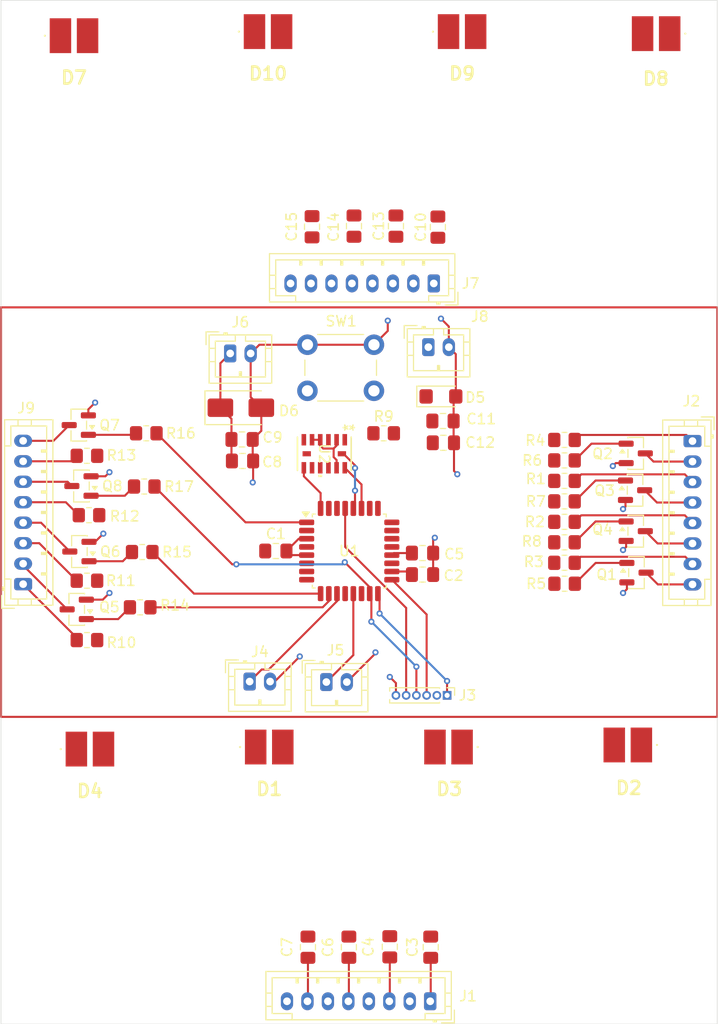
<source format=kicad_pcb>
(kicad_pcb (version 20241229) (generator "pcbnew") (generator_version "9.0")
  (layers (0 "F.Cu" signal) (2 "B.Cu" signal) (13 "F.Paste" user) (15 "B.Paste" user) (5 "F.SilkS" user "F.Silkscreen") (7 "B.SilkS" user "B.Silkscreen") (1 "F.Mask" user) (3 "B.Mask" user) (25 "Edge.Cuts" user))
  (net 0 "")
  (net 1 "+3.3V")
  (net 2 "+12V")
  (net 3 "Net-(Q1-G)")
  (net 4 "Net-(Q2-G)")
  (net 5 "Net-(Q3-G)")
  (net 6 "Net-(Q4-G)")
  (net 7 "Net-(Q5-G)")
  (net 8 "Net-(Q6-G)")
  (net 9 "Net-(Q7-G)")
  (net 10 "Net-(Q8-G)")
  (net 11 "Net-(U1-AREF)")
  (net 12 "/Button2")
  (net 13 "/Button1")
  (net 15 "GND")
  (net 18 "/SCL")
  (net 19 "/INT")
  (net 20 "/HLED2.1")
  (net 21 "/HLED1.1")
  (net 25 "/SDA")
  (net 28 "/RESET")
  (net 29 "/TLED2")
  (net 30 "/TLED1")
  (net 31 "/TLED4")
  (net 32 "/HLED4")
  (net 33 "/HLED3")
  (net 34 "/TLED3")
  (net 35 "/HLED1")
  (net 36 "/HLED2")
  (net 37 "/HLED3.1")
  (net 38 "/HLED4.1")
  (net 39 "/HLED1.2")
  (net 40 "/HLED2.2")
  (net 41 "/HLED4.2")
  (net 42 "/HLED3.2")
  (net 43 "/TLED1.2")
  (net 44 "/TLED2.2")
  (net 45 "/TLED4.2")
  (net 46 "/TLED3.2")
  (net 47 "/HLB3.2")
  (net 48 "/HLB3.1")
  (net 49 "/HLB1.1")
  (net 50 "/HLB1.2")
  (net 51 "/HLB2.2")
  (net 52 "/HLB2.1")
  (net 53 "/HLB4.1")
  (net 54 "/HLB4.2")
  (net 55 "/TLB1.1")
  (net 56 "/TLB1.2")
  (net 57 "/TLB2.1")
  (net 58 "/TLB2.2")
  (net 59 "/TLB3.2")
  (net 60 "/TLB3.1")
  (net 61 "/TLB4.2")
  (net 62 "/TLB4.1")
  (net 67 "/TLED3.1")
  (net 68 "/TLED4.1")
  (net 69 "/TLED1.1")
  (net 70 "/TLED2.1")
  (net 72 "Net-(J3-MISO)")
  (net 73 "Net-(J3-SCK)")
  (footprint "Capacitor_SMD:C_0805_2012Metric_Pad1.18x1.45mm_HandSolder" (layer "F.Cu") (at 148.9625 90.2)
    (property "Reference" "C9")
    (property "Value" "100n")
  )
  (footprint "Capacitor_SMD:C_0805_2012Metric_Pad1.18x1.45mm_HandSolder" (layer "F.Cu") (at 155.8 69.425 -90)
    (property "Reference" "C15")
    (property "Value" "C")
  )
  (footprint "Connector_JST:JST_PH_B2B-PH-K_1x02_P2.00mm_Vertical" (layer "F.Cu") (at 167.168153 81.186136)
    (property "Reference" "J8")
    (property "Value" "Conn_01x02")
  )
  (footprint "Resistor_SMD:R_0805_2012Metric_Pad1.20x1.40mm_HandSolder" (layer "F.Cu") (at 134 97.6 180)
    (property "Reference" "R12")
    (property "Value" "100")
  )
  (footprint "Package_TO_SOT_SMD:SOT-23" (layer "F.Cu") (at 187.374676 95.162574)
    (property "Reference" "Q3")
    (property "Value" "AO3400A")
  )
  (footprint "Capacitor_SMD:C_0805_2012Metric_Pad1.18x1.45mm_HandSolder" (layer "F.Cu") (at 159.9 69.3625 -90)
    (property "Reference" "C14")
    (property "Value" "C")
  )
  (footprint "Connector_JST:JST_PH_B8B-PH-K_1x08_P2.00mm_Vertical" (layer "F.Cu") (at 127.561302 104.335389 90)
    (property "Reference" "J9")
    (property "Value" "Conn_01x08")
  )
  (footprint "Diode_SMD:D_SMF" (layer "F.Cu") (at 168.4 86)
    (property "Reference" "D5")
    (property "Value" "SMF5V0A")
  )
  (footprint "Resistor_SMD:R_0805_2012Metric_Pad1.20x1.40mm_HandSolder" (layer "F.Cu") (at 139.6 89.6 180)
    (property "Reference" "R16")
    (property "Value" "100R")
  )
  (footprint "Capacitor_SMD:C_0805_2012Metric_Pad1.18x1.45mm_HandSolder" (layer "F.Cu") (at 164 69.3625 90)
    (property "Reference" "C13")
    (property "Value" "C")
  )
  (footprint "Resistor_SMD:R_0805_2012Metric_Pad1.20x1.40mm_HandSolder" (layer "F.Cu") (at 139.4 94.8 180)
    (property "Reference" "R17")
    (property "Value" "100R")
  )
  (footprint "Connector_JST:JST_PH_B8B-PH-K_1x08_P2.00mm_Vertical" (layer "F.Cu") (at 192.987236 90.362202 -90)
    (property "Reference" "J2")
    (property "Value" "Conn_01x08")
  )
  (footprint "Connector_JST:JST_PH_B2B-PH-K_1x02_P2.00mm_Vertical" (layer "F.Cu") (at 157.2 113.9)
    (property "Reference" "J5")
    (property "Value" "Conn_01x02")
  )
  (footprint "Package_TO_SOT_SMD:SOT-23" (layer "F.Cu") (at 187.437176 91.562574)
    (property "Reference" "Q2")
    (property "Value" "AO3400A")
  )
  (footprint "Package_TO_SOT_SMD:SOT-23" (layer "F.Cu") (at 187.512176 103.212574)
    (property "Reference" "Q1")
    (property "Value" "AO3400A")
  )
  (footprint "Package_TO_SOT_SMD:SOT-23" (layer "F.Cu") (at 132.8 106.8 180)
    (property "Reference" "Q5")
    (property "Value" "AO3400A")
  )
  (footprint "Resistor_SMD:R_0805_2012Metric_Pad1.20x1.40mm_HandSolder" (layer "F.Cu") (at 139 106.6 180)
    (property "Reference" "R14")
    (property "Value" "100R")
  )
  (footprint "Connector_JST:JST_PH_B2B-PH-K_1x02_P2.00mm_Vertical" (layer "F.Cu") (at 147.8 81.8)
    (property "Reference" "J6")
    (property "Value" "Conn_01x02")
  )
  (footprint "ADXL345BCCZ:LGA_CC-14-1_ADI" (layer "F.Cu") (at 157 91.6 -90)
    (property "Reference" "U2")
    (property "Value" "ADXL345BCCZ")
  )
  (footprint "AB-EZD03-RA3:ABEZD03RA3" (layer "F.Cu") (at 189.433333 50.5625)
    (property "Reference" "D8")
    (property "Value" "RED" (hide yes))
  )
  (footprint "Resistor_SMD:R_0805_2012Metric_Pad1.20x1.40mm_HandSolder" (layer "F.Cu") (at 180.475 94.25)
    (property "Reference" "R1")
    (property "Value" "100")
  )
  (footprint "Resistor_SMD:R_0805_2012Metric_Pad1.20x1.40mm_HandSolder" (layer "F.Cu") (at 180.475 100.25)
    (property "Reference" "R8")
    (property "Value" "100R")
  )
  (footprint "Resistor_SMD:R_0805_2012Metric_Pad1.20x1.40mm_HandSolder" (layer "F.Cu") (at 180.475 90.25)
    (property "Reference" "R4")
    (property "Value" "100")
  )
  (footprint "Package_TO_SOT_SMD:SOT-23" (layer "F.Cu") (at 133.0625 101.15 180)
    (property "Reference" "Q6")
    (property "Value" "AO3400A")
  )
  (footprint "Capacitor_SMD:C_0805_2012Metric_Pad1.18x1.45mm_HandSolder" (layer "F.Cu") (at 168.6 88.4)
    (property "Reference" "C11")
    (property "Value" "47u")
  )
  (footprint "Resistor_SMD:R_0805_2012Metric_Pad1.20x1.40mm_HandSolder" (layer "F.Cu") (at 133.8 109.8 180)
    (property "Reference" "R10")
    (property "Value" "100")
  )
  (footprint "AB-EZD10C-A3-K65:ABEZD10CA3K65" (layer "F.Cu") (at 169.141222 120.24688)
    (property "Reference" "D3")
    (property "Value" "RED" (hide yes))
  )
  (footprint "Package_TO_SOT_SMD:SOT-23" (layer "F.Cu") (at 187.437176 99.162574)
    (property "Reference" "Q4")
    (property "Value" "AO3400A")
  )
  (footprint "AB-EZD03-RA3:ABEZD03RA3" (layer "F.Cu") (at 170.466666 50.3625 180)
    (property "Reference" "D9")
    (property "Value" "RED" (hide yes))
  )
  (footprint "Capacitor_SMD:C_0805_2012Metric_Pad1.18x1.45mm_HandSolder" (layer "F.Cu") (at 166.6 101.3)
    (property "Reference" "C5")
    (property "Value" "10uF")
  )
  (footprint "Resistor_SMD:R_0805_2012Metric_Pad1.20x1.40mm_HandSolder" (layer "F.Cu") (at 162.8 89.6)
    (property "Reference" "R9")
    (property "Value" "10K")
  )
  (footprint "Connector_JST:JST_PH_B2B-PH-K_1x02_P2.00mm_Vertical" (layer "F.Cu") (at 149.7 113.85)
    (property "Reference" "J4")
    (property "Value" "Conn_01x02")
  )
  (footprint "Package_QFP:TQFP-32_7x7mm_P0.8mm" (layer "F.Cu") (at 159.4375 101.1)
    (property "Reference" "U1")
    (property "Value" "ATmega328P-A")
  )
  (footprint "Diode_SMD:D_SMA" (layer "F.Cu") (at 148.842941 87.104142)
    (property "Reference" "D6")
    (property "Value" "SMAJ15A")
  )
  (footprint "Capacitor_SMD:C_0805_2012Metric_Pad1.18x1.45mm_HandSolder" (layer "F.Cu") (at 155.4 139.8 -90)
    (property "Reference" "C7")
    (property "Value" "C")
  )
  (footprint "Capacitor_SMD:C_0805_2012Metric_Pad1.18x1.45mm_HandSolder" (layer "F.Cu") (at 167.4 139.8 -90)
    (property "Reference" "C3")
    (property "Value" "C")
  )
  (footprint "AB-EZD10C-A3-K65:ABEZD10CA3K65" (layer "F.Cu") (at 186.666222 120.04688)
    (property "Reference" "D2")
    (property "Value" "RED" (hide yes))
  )
  (footprint "Connector_JST:JST_PH_B8B-PH-K_1x08_P2.00mm_Vertical" (layer "F.Cu") (at 167.7 74.9625 180)
    (property "Reference" "J7")
    (property "Value" "Conn_01x08")
  )
  (footprint "AB-EZD03-RA3:ABEZD03RA3" (layer "F.Cu") (at 151.5 50.3625 180)
    (property "Reference" "D10")
    (property "Value" "RED" (hide yes))
  )
  (footprint "Capacitor_SMD:C_0805_2012Metric_Pad1.18x1.45mm_HandSolder" (layer "F.Cu") (at 168.1 69.4625 90)
    (property "Reference" "C10")
    (property "Value" "C")
  )
  (footprint "Connector_JST:JST_PH_B8B-PH-K_1x08_P2.00mm_Vertical" (layer "F.Cu") (at 167.351057 145.082743 180)
    (property "Reference" "J1")
    (property "Value" "Conn_01x08")
  )
  (footprint "Resistor_SMD:R_0805_2012Metric_Pad1.20x1.40mm_HandSolder" (layer "F.Cu") (at 180.489021 104.295704)
    (property "Reference" "R5")
    (property "Value" "100R")
  )
  (footprint "Capacitor_SMD:C_0805_2012Metric_Pad1.18x1.45mm_HandSolder" (layer "F.Cu") (at 159.4 139.8 -90)
    (property "Reference" "C6")
    (property "Value" "C")
  )
  (footprint "Resistor_SMD:R_0805_2012Metric_Pad1.20x1.40mm_HandSolder" (layer "F.Cu") (at 133.8 104 180)
    (property "Reference" "R11")
    (property "Value" "100")
  )
  (footprint "Capacitor_SMD:C_0805_2012Metric_Pad1.18x1.45mm_HandSolder" (layer "F.Cu") (at 168.6375 90.53)
    (property "Reference" "C12")
    (property "Value" "100n")
  )
  (footprint "Resistor_SMD:R_0805_2012Metric_Pad1.20x1.40mm_HandSolder" (layer "F.Cu") (at 139.2 101.2 180)
    (property "Reference" "R15")
    (property "Value" "100R")
  )
  (footprint "Capacitor_SMD:C_0805_2012Metric_Pad1.18x1.45mm_HandSolder" (layer "F.Cu") (at 163.4 139.7625 -90)
    (property "Reference" "C4")
    (property "Value" "C")
  )
  (footprint "Resistor_SMD:R_0805_2012Metric_Pad1.20x1.40mm_HandSolder" (layer "F.Cu") (at 180.475 102.25)
    (property "Reference" "R3")
    (property "Value" "100")
  )
  (footprint "Capacitor_SMD:C_0805_2012Metric_Pad1.18x1.45mm_HandSolder" (layer "F.Cu") (at 152.2625 101.1)
    (property "Reference" "C1")
    (property "Value" "10uF")
  )
  (footprint "Resistor_SMD:R_0805_2012Metric_Pad1.20x1.40mm_HandSolder" (layer "F.Cu") (at 180.475 98.25)
    (property "Reference" "R2")
    (property "Value" "100")
  )
  (footprint "Resistor_SMD:R_0805_2012Metric_Pad1.20x1.40mm_HandSolder" (layer "F.Cu") (at 180.475 96.25)
    (property "Reference" "R7")
    (property "Value" "100R")
  )
  (footprint "AB-EZD03-RA3:ABEZD03RA3" (layer "F.Cu") (at 132.533333 50.7625 180)
    (property "Reference" "D7")
    (property "Value" "RED" (hide yes))
  )
  (footprint "Button_Switch_THT:SW_PUSH_6mm" (layer "F.Cu") (at 161.85 85.45 180)
    (property "Reference" "SW1")
    (property "Value" "SW_Push")
  )
  (footprint "Package_TO_SOT_SMD:SOT-23" (layer "F.Cu") (at 133.2625 94.75 180)
    (property "Reference" "Q8")
    (property "Value" "AO3400A")
  )
  (footprint "Package_TO_SOT_SMD:SOT-23" (layer "F.Cu") (at 133 88.8 180)
    (property "Reference" "Q7")
    (property "Value" "AO3400A")
  )
  (footprint "Capacitor_SMD:C_0805_2012Metric_Pad1.18x1.45mm_HandSolder" (layer "F.Cu") (at 149.005441 92.304142)
    (property "Reference" "C8")
    (property "Value" "47u")
  )
  (footprint "Capacitor_SMD:C_0805_2012Metric_Pad1.18x1.45mm_HandSolder" (layer "F.Cu") (at 166.6 103.4)
    (property "Reference" "C2")
    (property "Value" "10uF")
  )
  (footprint "Resistor_SMD:R_0805_2012Metric_Pad1.20x1.40mm_HandSolder" (layer "F.Cu") (at 133.8 91.8 180)
    (property "Reference" "R13")
    (property "Value" "100")
  )
  (footprint "Connector_PinHeader_1.00mm:PinHeader_1x06_P1.00mm_Vertical" (layer "F.Cu") (at 169 115.2 -90)
    (property "Reference" "J3")
    (property "Value" "AVR-ISP-6")
  )
  (footprint "AB-EZD10C-A3-K65:ABEZD10CA3K65" (layer "F.Cu") (at 151.616222 120.24688 180)
    (property "Reference" "D1")
    (property "Value" "RED" (hide yes))
  )
  (footprint "AB-EZD10C-A3-K65:ABEZD10CA3K65" (layer "F.Cu") (at 134.091222 120.44688 180)
    (property "Reference" "D4")
    (property "Value" "RED" (hide yes))
  )
  (footprint "Resistor_SMD:R_0805_2012Metric_Pad1.20x1.40mm_HandSolder" (layer "F.Cu") (at 180.475 92.25)
    (property "Reference" "R6")
    (property "Value" "100R")
  )
  (gr_rect (start 125.4 77.3) (end 195.4 117.3) (stroke (width 0.2)) (fill no) (layer "F.Cu"))
  (gr_rect (start 125.4 47.3) (end 195.4 147.3) (stroke (width 0.05)) (fill no) (layer "Edge.Cuts"))
  (segment (start 165.2625 103.1) (end 163.6 103.1) (width 0.2) (layer "F.Cu") (net 1))
  (segment (start 165.5625 103.4) (end 165.2625 103.1) (width 0.2) (layer "F.Cu") (net 1))
  (segment (start 147.925 90.2) (end 147.925 88.186201) (width 0.2) (layer "F.Cu") (net 2))
  (segment (start 146.842941 87.104142) (end 146.842941 82.757059) (width 0.2) (layer "F.Cu") (net 2))
  (segment (start 147.925 88.186201) (end 146.842941 87.104142) (width 0.2) (layer "F.Cu") (net 2))
  (segment (start 147.925 90.2) (end 147.925 92.261201) (width 0.2) (layer "F.Cu") (net 2))
  (segment (start 146.842941 82.757059) (end 147.8 81.8) (width 0.2) (layer "F.Cu") (net 2))
  (segment (start 186.574676 102.262574) (end 183.522151 102.262574) (width 0.2) (layer "F.Cu") (net 3))
  (segment (start 183.522151 102.262574) (end 181.489021 104.295704) (width 0.2) (layer "F.Cu") (net 3))
  (segment (start 186.499676 90.612574) (end 183.112426 90.612574) (width 0.2) (layer "F.Cu") (net 4))
  (segment (start 183.112426 90.612574) (end 181.475 92.25) (width 0.2) (layer "F.Cu") (net 4))
  (segment (start 186.437176 94.212574) (end 183.512426 94.212574) (width 0.2) (layer "F.Cu") (net 5))
  (segment (start 183.512426 94.212574) (end 181.475 96.25) (width 0.2) (layer "F.Cu") (net 5))
  (segment (start 186.499676 98.212574) (end 183.512426 98.212574) (width 0.2) (layer "F.Cu") (net 6))
  (segment (start 183.512426 98.212574) (end 181.475 100.25) (width 0.2) (layer "F.Cu") (net 6))
  (segment (start 136.85 107.75) (end 138 106.6) (width 0.2) (layer "F.Cu") (net 7))
  (segment (start 133.7375 107.75) (end 136.85 107.75) (width 0.2) (layer "F.Cu") (net 7))
  (segment (start 134 102.1) (end 137.3 102.1) (width 0.2) (layer "F.Cu") (net 8))
  (segment (start 137.3 102.1) (end 138.2 101.2) (width 0.2) (layer "F.Cu") (net 8))
  (segment (start 138.45 89.75) (end 138.6 89.6) (width 0.2) (layer "F.Cu") (net 9))
  (segment (start 133.9375 89.75) (end 138.45 89.75) (width 0.2) (layer "F.Cu") (net 9))
  (segment (start 134.2 95.7) (end 137.5 95.7) (width 0.2) (layer "F.Cu") (net 10))
  (segment (start 137.5 95.7) (end 138.4 94.8) (width 0.2) (layer "F.Cu") (net 10))
  (segment (start 165.5625 101.3) (end 163.8 101.3) (width 0.2) (layer "F.Cu") (net 11))
  (segment (start 163.8 101.3) (end 163.6 101.5) (width 0.2) (layer "F.Cu") (net 11))
  (segment (start 159.8375 111.2625) (end 159.8375 105.2625) (width 0.2) (layer "F.Cu") (net 12))
  (segment (start 157.2 113.9) (end 159.8375 111.2625) (width 0.2) (layer "F.Cu") (net 12))
  (segment (start 149.7 113.85) (end 150.876 112.674) (width 0.2) (layer "F.Cu") (net 13))
  (segment (start 158.2375 105.999999) (end 158.2375 105.2625) (width 0.2) (layer "F.Cu") (net 13))
  (segment (start 150.876 112.674) (end 151.563499 112.674) (width 0.2) (layer "F.Cu") (net 13))
  (segment (start 151.563499 112.674) (end 158.2375 105.999999) (width 0.2) (layer "F.Cu") (net 13))
  (segment (start 170 93.6) (end 169.675 93.275) (width 0.2) (layer "F.Cu") (net 15))
  (segment (start 152.15 113.85) (end 154.6 111.4) (width 0.2) (layer "F.Cu") (net 15))
  (segment (start 150.65 80.95) (end 149.8 81.8) (width 0.2) (layer "F.Cu") (net 15))
  (segment (start 186.574676 104.162574) (end 186.574676 104.825324) (width 0.2) (layer "F.Cu") (net 15))
  (segment (start 135.6 93.8) (end 136 93.4) (width 0.2) (layer "F.Cu") (net 15))
  (segment (start 169.6375 88.4) (end 169.6375 86.2125) (width 0.2) (layer "F.Cu") (net 15))
  (segment (start 150 94.4) (end 150.042941 94.357059) (width 0.2) (layer "F.Cu") (net 15))
  (segment (start 157.911 91.089) (end 158.2 90.8) (width 0.2) (layer "F.Cu") (net 15))
  (segment (start 162 111.1) (end 162 111) (width 0.2) (layer "F.Cu") (net 15))
  (segment (start 153.3 101.1) (end 154.5 99.9) (width 0.2) (layer "F.Cu") (net 15))
  (segment (start 156.600001 90.231501) (end 156.600001 90.800001) (width 0.2) (layer "F.Cu") (net 15))
  (segment (start 186.499676 100.112574) (end 186.499676 100.700324) (width 0.2) (layer "F.Cu") (net 15))
  (segment (start 150 90.2) (end 150 92.261201) (width 0.2) (layer "F.Cu") (net 15))
  (segment (start 158.2 90.8) (end 158.2 90.231501) (width 0.2) (layer "F.Cu") (net 15))
  (segment (start 133.9375 87.85) (end 133.9375 87.2625) (width 0.2) (layer "F.Cu") (net 15))
  (segment (start 169.6375 90.2375) (end 169.6375 88.4) (width 0.2) (layer "F.Cu") (net 15))
  (segment (start 156.889 91.089) (end 157.911 91.089) (width 0.2) (layer "F.Cu") (net 15))
  (segment (start 134.2 93.8) (end 135.6 93.8) (width 0.2) (layer "F.Cu") (net 15))
  (segment (start 186.499676 92.512574) (end 185.487426 92.512574) (width 0.2) (layer "F.Cu") (net 15))
  (segment (start 169.675 90.53) (end 169.675 90.275) (width 0.2) (layer "F.Cu") (net 15))
  (segment (start 186.499676 92.512574) (end 186.499676 92.700324) (width 0.2) (layer "F.Cu") (net 15))
  (segment (start 158.2 92.212) (end 158.2 92.968499) (width 0.2) (layer "F.Cu") (net 15))
  (segment (start 150.842941 87.104142) (end 150.842941 89.357059) (width 0.2) (layer "F.Cu") (net 15))
  (segment (start 159.2 113.9) (end 162 111.1) (width 0.2) (layer "F.Cu") (net 15))
  (segment (start 134.6 100.2) (end 135.4 99.4) (width 0.2) (layer "F.Cu") (net 15))
  (segment (start 169.6375 86.2125) (end 169.85 86) (width 0.2) (layer "F.Cu") (net 15))
  (segment (start 149.8 86.061201) (end 150.842941 87.104142) (width 0.2) (layer "F.Cu") (net 15))
  (segment (start 167.6375 101.3) (end 167.6375 99.9625) (width 0.2) (layer "F.Cu") (net 15))
  (segment (start 151.7 113.85) (end 152.15 113.85) (width 0.2) (layer "F.Cu") (net 15))
  (segment (start 185.487426 92.512574) (end 185.2 92.8) (width 0.2) (layer "F.Cu") (net 15))
  (segment (start 161.85 80.95) (end 163.2 79.6) (width 0.2) (layer "F.Cu") (net 15))
  (segment (start 169.85 81.867983) (end 169.168153 81.186136) (width 0.2) (layer "F.Cu") (net 15))
  (segment (start 150.842941 89.357059) (end 150 90.2) (width 0.2) (layer "F.Cu") (net 15))
  (segment (start 169.168153 79.168153) (end 168.4 78.4) (width 0.2) (layer "F.Cu") (net 15))
  (segment (start 186.437176 96.762824) (end 186.2 97) (width 0.2) (layer "F.Cu") (net 15))
  (segment (start 155.35 80.95) (end 150.65 80.95) (width 0.2) (layer "F.Cu") (net 15))
  (segment (start 164 114) (end 163.4 113.4) (width 0.2) (layer "F.Cu") (net 15))
  (segment (start 133.7375 105.85) (end 135.35 105.85) (width 0.2) (layer "F.Cu") (net 15))
  (segment (start 133.9375 87.2625) (end 134.6 86.6) (width 0.2) (layer "F.Cu") (net 15))
  (segment (start 149.8 81.8) (end 149.8 86.061201) (width 0.2) (layer "F.Cu") (net 15))
  (segment (start 186.574676 104.825324) (end 186.2 105.2) (width 0.2) (layer "F.Cu") (net 15))
  (segment (start 163.2 79.6) (end 163.2 78.6) (width 0.2) (layer "F.Cu") (net 15))
  (segment (start 153.3 101.1) (end 153.7 101.5) (width 0.2) (layer "F.Cu") (net 15))
  (segment (start 134 100.2) (end 134.6 100.2) (width 0.2) (layer "F.Cu") (net 15))
  (segment (start 186.499676 100.700324) (end 186.2 101) (width 0.2) (layer "F.Cu") (net 15))
  (segment (start 164 115.2) (end 164 114) (width 0.2) (layer "F.Cu") (net 15))
  (segment (start 157.911 91.089) (end 157.911 91.923) (width 0.2) (layer "F.Cu") (net 15))
  (segment (start 169.85 86) (end 169.85 81.867983) (width 0.2) (layer "F.Cu") (net 15))
  (segment (start 150.042941 94.357059) (end 150.042941 92.304142) (width 0.2) (layer "F.Cu") (net 15))
  (segment (start 167.6375 101.3) (end 167.6375 103.4) (width 0.2) (layer "F.Cu") (net 15))
  (segment (start 169.675 90.275) (end 169.6375 90.2375) (width 0.2) (layer "F.Cu") (net 15))
  (segment (start 156.600001 90.800001) (end 156.889 91.089) (width 0.2) (layer "F.Cu") (net 15))
  (segment (start 167.6375 99.9625) (end 167.8 99.8) (width 0.2) (layer "F.Cu") (net 15))
  (segment (start 157.911 91.923) (end 158.2 92.212) (width 0.2) (layer "F.Cu") (net 15))
  (segment (start 155.8 90.231501) (end 156.600001 90.231501) (width 0.2) (layer "F.Cu") (net 15))
  (segment (start 169.675 93.275) (end 169.675 90.53) (width 0.2) (layer "F.Cu") (net 15))
  (segment (start 150 92.261201) (end 150.042941 92.304142) (width 0.2) (layer "F.Cu") (net 15))
  (segment (start 186.437176 96.112574) (end 186.437176 96.762824) (width 0.2) (layer "F.Cu") (net 15))
  (segment (start 154.5 99.9) (end 155.275 99.9) (width 0.2) (layer "F.Cu") (net 15))
  (segment (start 153.7 101.5) (end 155.275 101.5) (width 0.2) (layer "F.Cu") (net 15))
  (segment (start 169.168153 81.186136) (end 169.168153 79.168153) (width 0.2) (layer "F.Cu") (net 15))
  (segment (start 161.85 80.95) (end 155.35 80.95) (width 0.2) (layer "F.Cu") (net 15))
  (segment (start 135.35 105.85) (end 136 105.2) (width 0.2) (layer "F.Cu") (net 15))
  (via (at 186.2 105.2) (size 0.6) (drill 0.3) (layers "F.Cu" "B.Cu") (net 15))
  (via (at 163.4 113.4) (size 0.6) (drill 0.3) (layers "F.Cu" "B.Cu") (net 15))
  (via (at 162 111) (size 0.6) (drill 0.3) (layers "F.Cu" "B.Cu") (net 15))
  (via (at 154.6 111.4) (size 0.6) (drill 0.3) (layers "F.Cu" "B.Cu") (net 15))
  (via (at 136 93.4) (size 0.6) (drill 0.3) (layers "F.Cu" "B.Cu") (net 15))
  (via (at 163.2 78.6) (size 0.6) (drill 0.3) (layers "F.Cu" "B.Cu") (net 15))
  (via (at 168.4 78.4) (size 0.6) (drill 0.3) (layers "F.Cu" "B.Cu") (net 15))
  (via (at 170 93.6) (size 0.6) (drill 0.3) (layers "F.Cu" "B.Cu") (net 15))
  (via (at 185.2 92.8) (size 0.6) (drill 0.3) (layers "F.Cu" "B.Cu") (net 15))
  (via (at 167.8 99.8) (size 0.6) (drill 0.3) (layers "F.Cu" "B.Cu") (net 15))
  (via (at 134.6 86.6) (size 0.6) (drill 0.3) (layers "F.Cu" "B.Cu") (net 15))
  (via (at 136 105.2) (size 0.6) (drill 0.3) (layers "F.Cu" "B.Cu") (net 15))
  (via (at 135.4 99.4) (size 0.6) (drill 0.3) (layers "F.Cu" "B.Cu") (net 15))
  (via (at 150 94.4) (size 0.6) (drill 0.3) (layers "F.Cu" "B.Cu") (net 15))
  (via (at 186.2 97) (size 0.6) (drill 0.3) (layers "F.Cu" "B.Cu") (net 15))
  (via (at 186.2 101) (size 0.6) (drill 0.3) (layers "F.Cu" "B.Cu") (net 15))
  (segment (start 160 95.2) (end 160 96.775) (width 0.2) (layer "F.Cu") (net 18))
  (segment (start 160 92.725002) (end 160 93) (width 0.2) (layer "F.Cu") (net 18))
  (segment (start 160 96.775) (end 159.8375 96.9375) (width 0.2) (layer "F.Cu") (net 18))
  (segment (start 158.718498 91.6) (end 158.874998 91.6) (width 0.2) (layer "F.Cu") (net 18))
  (segment (start 158.874998 91.6) (end 160 92.725002) (width 0.2) (layer "F.Cu") (net 18))
  (via (at 160 95.2) (size 0.6) (drill 0.3) (layers "F.Cu" "B.Cu") (net 18))
  (via (at 160 93) (size 0.6) (drill 0.3) (layers "F.Cu" "B.Cu") (net 18))
  (segment (start 160 93) (end 160 95.2) (width 0.2) (layer "B.Cu") (net 18))
  (segment (start 155 93.8) (end 156.6375 95.4375) (width 0.2) (layer "F.Cu") (net 19))
  (segment (start 156.6375 95.4375) (end 156.6375 96.9375) (width 0.2) (layer "F.Cu") (net 19))
  (segment (start 154.999999 92.968499) (end 155 93.8) (width 0.2) (layer "F.Cu") (net 19))
  (segment (start 192.236608 93.611574) (end 182.113426 93.611574) (width 0.2) (layer "F.Cu") (net 20))
  (segment (start 192.987236 94.362202) (end 192.236608 93.611574) (width 0.2) (layer "F.Cu") (net 20))
  (segment (start 182.113426 93.611574) (end 181.475 94.25) (width 0.2) (layer "F.Cu") (net 20))
  (segment (start 192.387236 89.762202) (end 192.987236 90.362202) (width 0.2) (layer "F.Cu") (net 21))
  (segment (start 181.475 90.25) (end 181.962798 89.762202) (width 0.2) (layer "F.Cu") (net 21))
  (segment (start 181.962798 89.762202) (end 192.387236 89.762202) (width 0.2) (layer "F.Cu") (net 21))
  (segment (start 160.6375 94.606) (end 160.6375 96.9375) (width 0.2) (layer "F.Cu") (net 25))
  (segment (start 158.999999 92.968499) (end 160.6375 94.606) (width 0.2) (layer "F.Cu") (net 25))
  (segment (start 165 106.661444) (end 159.0375 100.698944) (width 0.2) (layer "F.Cu") (net 28))
  (segment (start 159.0375 100.698944) (end 159.0375 96.9375) (width 0.2) (layer "F.Cu") (net 28))
  (segment (start 165 115.2) (end 165 106.661444) (width 0.2) (layer "F.Cu") (net 28))
  (segment (start 140.2 101.2) (end 144.2625 105.2625) (width 0.2) (layer "F.Cu") (net 29))
  (segment (start 144.2625 105.2625) (end 156.6375 105.2625) (width 0.2) (layer "F.Cu") (net 29))
  (segment (start 157.4375 105.999999) (end 157.4375 105.2625) (width 0.2) (layer "F.Cu") (net 30))
  (segment (start 156.837499 106.6) (end 157.4375 105.999999) (width 0.2) (layer "F.Cu") (net 30))
  (segment (start 140 106.6) (end 156.837499 106.6) (width 0.2) (layer "F.Cu") (net 30))
  (segment (start 149.3 98.3) (end 155.275 98.3) (width 0.2) (layer "F.Cu") (net 31))
  (segment (start 140.6 89.6) (end 149.3 98.3) (width 0.2) (layer "F.Cu") (net 31))
  (segment (start 161.6 105.425) (end 161.4375 105.2625) (width 0.2) (layer "F.Cu") (net 34))
  (segment (start 161.6 108) (end 161.6 105.425) (width 0.2) (layer "F.Cu") (net 34))
  (segment (start 161.4375 104.6375) (end 161.4375 105.2625) (width 0.2) (layer "F.Cu") (net 34))
  (segment (start 159 102.2) (end 161.4375 104.6375) (width 0.2) (layer "F.Cu") (net 34))
  (segment (start 140.4 94.8) (end 148 102.4) (width 0.2) (layer "F.Cu") (net 34))
  (segment (start 166 112.4) (end 166 115.2) (width 0.2) (layer "F.Cu") (net 34))
  (segment (start 148 102.4) (end 148.4 102.4) (width 0.2) (layer "F.Cu") (net 34))
  (via (at 161.6 108) (size 0.6) (drill 0.3) (layers "F.Cu" "B.Cu") (net 34))
  (via (at 166 112.4) (size 0.6) (drill 0.3) (layers "F.Cu" "B.Cu") (net 34))
  (via (at 148.4 102.4) (size 0.6) (drill 0.3) (layers "F.Cu" "B.Cu") (net 34))
  (via (at 159 102.2) (size 0.6) (drill 0.3) (layers "F.Cu" "B.Cu") (net 34))
  (segment (start 158.8 102.4) (end 159 102.2) (width 0.2) (layer "B.Cu") (net 34))
  (segment (start 148.4 102.4) (end 158.8 102.4) (width 0.2) (layer "B.Cu") (net 34))
  (segment (start 161.6 108) (end 166 112.4) (width 0.2) (layer "B.Cu") (net 34))
  (segment (start 182.113426 97.611574) (end 181.475 98.25) (width 0.2) (layer "F.Cu") (net 37))
  (segment (start 192.236608 97.611574) (end 182.113426 97.611574) (width 0.2) (layer "F.Cu") (net 37))
  (segment (start 192.987236 98.362202) (end 192.236608 97.611574) (width 0.2) (layer "F.Cu") (net 37))
  (segment (start 192.286608 101.661574) (end 182.063426 101.661574) (width 0.2) (layer "F.Cu") (net 38))
  (segment (start 192.987236 102.362202) (end 192.286608 101.661574) (width 0.2) (layer "F.Cu") (net 38))
  (segment (start 182.063426 101.661574) (end 181.475 102.25) (width 0.2) (layer "F.Cu") (net 38))
  (segment (start 189.174304 92.362202) (end 188.374676 91.562574) (width 0.2) (layer "F.Cu") (net 39))
  (segment (start 192.987236 92.362202) (end 189.174304 92.362202) (width 0.2) (layer "F.Cu") (net 39))
  (segment (start 189.511804 96.362202) (end 188.312176 95.162574) (width 0.2) (layer "F.Cu") (net 40))
  (segment (start 192.987236 96.362202) (end 189.511804 96.362202) (width 0.2) (layer "F.Cu") (net 40))
  (segment (start 189.599304 104.362202) (end 188.449676 103.212574) (width 0.2) (layer "F.Cu") (net 41))
  (segment (start 192.987236 104.362202) (end 189.599304 104.362202) (width 0.2) (layer "F.Cu") (net 41))
  (segment (start 192.987236 100.362202) (end 189.574304 100.362202) (width 0.2) (layer "F.Cu") (net 42))
  (segment (start 189.574304 100.362202) (end 188.374676 99.162574) (width 0.2) (layer "F.Cu") (net 42))
  (segment (start 127.561302 102.335389) (end 127.561302 102.498802) (width 0.2) (layer "F.Cu") (net 43))
  (segment (start 127.561302 102.498802) (end 131.8625 106.8) (width 0.2) (layer "F.Cu") (net 43))
  (segment (start 129.310389 98.335389) (end 132.125 101.15) (width 0.2) (layer "F.Cu") (net 44))
  (segment (start 127.561302 98.335389) (end 129.310389 98.335389) (width 0.2) (layer "F.Cu") (net 44))
  (segment (start 127.561302 90.335389) (end 130.527111 90.335389) (width 0.2) (layer "F.Cu") (net 45))
  (segment (start 130.527111 90.335389) (end 132.0625 88.8) (width 0.2) (layer "F.Cu") (net 45))
  (segment (start 131.910389 94.335389) (end 132.325 94.75) (width 0.2) (layer "F.Cu") (net 46))
  (segment (start 127.561302 94.335389) (end 131.910389 94.335389) (width 0.2) (layer "F.Cu") (net 46))
  (segment (start 159.4 140.8375) (end 159.4 145.0338) (width 0.2) (layer "F.Cu") (net 48))
  (segment (start 159.4 145.0338) (end 159.351057 145.082743) (width 0.2) (layer "F.Cu") (net 48))
  (segment (start 167.4 145.0338) (end 167.351057 145.082743) (width 0.2) (layer "F.Cu") (net 49))
  (segment (start 167.4 140.8375) (end 167.4 145.0338) (width 0.2) (layer "F.Cu") (net 49))
  (segment (start 163.4 140.8) (end 163.4 145.0338) (width 0.2) (layer "F.Cu") (net 52))
  (segment (start 163.4 145.0338) (end 163.351057 145.082743) (width 0.2) (layer "F.Cu") (net 52))
  (segment (start 155.4 140.8375) (end 155.4 145.0338) (width 0.2) (layer "F.Cu") (net 53))
  (segment (start 155.4 145.0338) (end 155.351057 145.082743) (width 0.2) (layer "F.Cu") (net 53))
  (segment (start 127.561302 96.335389) (end 131.735389 96.335389) (width 0.2) (layer "F.Cu") (net 67))
  (segment (start 131.735389 96.335389) (end 133 97.6) (width 0.2) (layer "F.Cu") (net 67))
  (segment (start 132.264611 92.335389) (end 132.8 91.8) (width 0.2) (layer "F.Cu") (net 68))
  (segment (start 132.452111 92.335389) (end 132.7375 92.05) (width 0.2) (layer "F.Cu") (net 68))
  (segment (start 127.561302 92.335389) (end 132.264611 92.335389) (width 0.2) (layer "F.Cu") (net 68))
  (segment (start 127.561302 104.335389) (end 132.8 109.574087) (width 0.2) (layer "F.Cu") (net 69))
  (segment (start 132.8 109.574087) (end 132.8 109.8) (width 0.2) (layer "F.Cu") (net 69))
  (segment (start 129.135389 100.335389) (end 132.8 104) (width 0.2) (layer "F.Cu") (net 70))
  (segment (start 127.561302 100.335389) (end 129.135389 100.335389) (width 0.2) (layer "F.Cu") (net 70))
  (segment (start 162.4 107.2) (end 162.4 105.425) (width 0.2) (layer "F.Cu") (net 72))
  (segment (start 169 113.8) (end 169 115.2) (width 0.2) (layer "F.Cu") (net 72))
  (segment (start 162.4 105.425) (end 162.2375 105.2625) (width 0.2) (layer "F.Cu") (net 72))
  (via (at 169 113.8) (size 0.6) (drill 0.3) (layers "F.Cu" "B.Cu") (net 72))
  (via (at 162.4 107.2) (size 0.6) (drill 0.3) (layers "F.Cu" "B.Cu") (net 72))
  (segment (start 169 113.8) (end 162.4 107.2) (width 0.2) (layer "B.Cu") (net 72))
  (segment (start 167 115.2) (end 167 107.3) (width 0.2) (layer "F.Cu") (net 73))
  (segment (start 167 107.3) (end 163.6 103.9) (width 0.2) (layer "F.Cu") (net 73))
)
</source>
